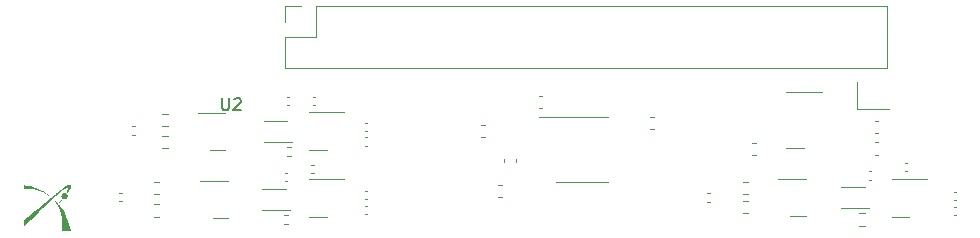
<source format=gbr>
%TF.GenerationSoftware,KiCad,Pcbnew,7.0.8*%
%TF.CreationDate,2024-02-04T14:44:40+01:00*%
%TF.ProjectId,HatV2,48617456-322e-46b6-9963-61645f706362,V2*%
%TF.SameCoordinates,PX5faea10PY6c663e8*%
%TF.FileFunction,Legend,Top*%
%TF.FilePolarity,Positive*%
%FSLAX46Y46*%
G04 Gerber Fmt 4.6, Leading zero omitted, Abs format (unit mm)*
G04 Created by KiCad (PCBNEW 7.0.8) date 2024-02-04 14:44:40*
%MOMM*%
%LPD*%
G01*
G04 APERTURE LIST*
%ADD10C,0.150000*%
%ADD11C,0.120000*%
%ADD12C,0.100000*%
G04 APERTURE END LIST*
D10*
X19738095Y11945181D02*
X19738095Y11135658D01*
X19738095Y11135658D02*
X19785714Y11040420D01*
X19785714Y11040420D02*
X19833333Y10992800D01*
X19833333Y10992800D02*
X19928571Y10945181D01*
X19928571Y10945181D02*
X20119047Y10945181D01*
X20119047Y10945181D02*
X20214285Y10992800D01*
X20214285Y10992800D02*
X20261904Y11040420D01*
X20261904Y11040420D02*
X20309523Y11135658D01*
X20309523Y11135658D02*
X20309523Y11945181D01*
X20738095Y11849943D02*
X20785714Y11897562D01*
X20785714Y11897562D02*
X20880952Y11945181D01*
X20880952Y11945181D02*
X21119047Y11945181D01*
X21119047Y11945181D02*
X21214285Y11897562D01*
X21214285Y11897562D02*
X21261904Y11849943D01*
X21261904Y11849943D02*
X21309523Y11754705D01*
X21309523Y11754705D02*
X21309523Y11659467D01*
X21309523Y11659467D02*
X21261904Y11516610D01*
X21261904Y11516610D02*
X20690476Y10945181D01*
X20690476Y10945181D02*
X21309523Y10945181D01*
%TO.C,G\u002A\u002A\u002A*%
G36*
X5655158Y3262016D02*
G01*
X5701710Y3214644D01*
X5754027Y3158074D01*
X5810342Y3094381D01*
X5868882Y3025640D01*
X5927877Y2953926D01*
X5985557Y2881314D01*
X6034782Y2817043D01*
X6175539Y2618680D01*
X6306344Y2411831D01*
X6426757Y2197524D01*
X6536337Y1976785D01*
X6634643Y1750644D01*
X6721234Y1520128D01*
X6795668Y1286264D01*
X6857506Y1050079D01*
X6906305Y812602D01*
X6913896Y768442D01*
X6918942Y738692D01*
X6923526Y712609D01*
X6926960Y694067D01*
X6928045Y688770D01*
X6931462Y673514D01*
X6532759Y673514D01*
X6134055Y673514D01*
X6149008Y762965D01*
X6159083Y825732D01*
X6167371Y883706D01*
X6174031Y939205D01*
X6179223Y994551D01*
X6183105Y1052062D01*
X6185836Y1114058D01*
X6187577Y1182859D01*
X6188487Y1260784D01*
X6188726Y1341399D01*
X6188589Y1417013D01*
X6188134Y1480981D01*
X6187297Y1535220D01*
X6186015Y1581644D01*
X6184227Y1622167D01*
X6181868Y1658703D01*
X6178877Y1693167D01*
X6176414Y1716718D01*
X6151606Y1901552D01*
X6119241Y2076209D01*
X6078957Y2242003D01*
X6030395Y2400249D01*
X5973194Y2552264D01*
X5907897Y2697513D01*
X5857510Y2796669D01*
X5807353Y2886075D01*
X5755149Y2969311D01*
X5698619Y3049952D01*
X5635487Y3131578D01*
X5617574Y3153569D01*
X5553517Y3231461D01*
X5586106Y3264548D01*
X5618695Y3297634D01*
X5655158Y3262016D01*
G37*
G36*
X6892168Y4650676D02*
G01*
X6923631Y4641081D01*
X6945283Y4624164D01*
X6958349Y4599167D01*
X6961916Y4584156D01*
X6963459Y4543511D01*
X6955921Y4493947D01*
X6939649Y4436290D01*
X6914993Y4371366D01*
X6882302Y4300001D01*
X6841923Y4223021D01*
X6794207Y4141251D01*
X6739502Y4055518D01*
X6737185Y4052035D01*
X6713701Y4017019D01*
X6692732Y3986184D01*
X6675435Y3961195D01*
X6662966Y3943718D01*
X6656482Y3935418D01*
X6655891Y3934966D01*
X6649316Y3939022D01*
X6635605Y3949501D01*
X6617806Y3963868D01*
X6598964Y3979591D01*
X6582127Y3994135D01*
X6570342Y4004967D01*
X6566617Y4009207D01*
X6568740Y4016601D01*
X6575808Y4033941D01*
X6586841Y4058971D01*
X6600860Y4089436D01*
X6608147Y4104874D01*
X6639542Y4173931D01*
X6662962Y4232574D01*
X6678482Y4281303D01*
X6686175Y4320618D01*
X6686113Y4351022D01*
X6678370Y4373013D01*
X6663020Y4387094D01*
X6650180Y4391955D01*
X6622272Y4392987D01*
X6585492Y4384649D01*
X6540386Y4367329D01*
X6487501Y4341415D01*
X6427382Y4307296D01*
X6360576Y4265357D01*
X6287628Y4215988D01*
X6209086Y4159576D01*
X6125495Y4096509D01*
X6037401Y4027174D01*
X5945350Y3951960D01*
X5849889Y3871253D01*
X5751564Y3785442D01*
X5650921Y3694915D01*
X5592166Y3640832D01*
X5575664Y3625401D01*
X5549898Y3601151D01*
X5515427Y3568611D01*
X5472807Y3528312D01*
X5422598Y3480784D01*
X5365358Y3426557D01*
X5301645Y3366163D01*
X5232017Y3300131D01*
X5157032Y3228991D01*
X5077249Y3153274D01*
X4993226Y3073510D01*
X4905521Y2990230D01*
X4814693Y2903964D01*
X4721299Y2815242D01*
X4625898Y2724594D01*
X4529048Y2632551D01*
X4431307Y2539644D01*
X4333234Y2446402D01*
X4235387Y2353355D01*
X4138324Y2261035D01*
X4042603Y2169971D01*
X3948782Y2080694D01*
X3857420Y1993734D01*
X3769076Y1909622D01*
X3684306Y1828887D01*
X3603670Y1752061D01*
X3527725Y1679673D01*
X3506556Y1659488D01*
X3436358Y1592575D01*
X3368850Y1528275D01*
X3304688Y1467210D01*
X3244529Y1410002D01*
X3189027Y1357273D01*
X3138838Y1309645D01*
X3094617Y1267738D01*
X3057021Y1232176D01*
X3026704Y1203579D01*
X3004322Y1182570D01*
X2990530Y1169769D01*
X2986042Y1165802D01*
X2983851Y1167830D01*
X2982075Y1177505D01*
X2980684Y1195744D01*
X2979649Y1223467D01*
X2978940Y1261592D01*
X2978528Y1311038D01*
X2978384Y1372724D01*
X2978397Y1403720D01*
X2978660Y1646525D01*
X3284895Y1897406D01*
X3431809Y2017971D01*
X3588694Y2147118D01*
X3755239Y2284587D01*
X3931131Y2430119D01*
X4116058Y2583455D01*
X4309707Y2744337D01*
X4511767Y2912505D01*
X4721925Y3087700D01*
X4939869Y3269664D01*
X4985462Y3307764D01*
X5104052Y3406845D01*
X5212873Y3497695D01*
X5312533Y3580813D01*
X5403639Y3656698D01*
X5486799Y3725850D01*
X5562619Y3788768D01*
X5631708Y3845953D01*
X5694671Y3897904D01*
X5752118Y3945120D01*
X5804655Y3988102D01*
X5852889Y4027349D01*
X5897429Y4063360D01*
X5938880Y4096636D01*
X5977852Y4127676D01*
X6014950Y4156979D01*
X6050782Y4185046D01*
X6070072Y4200059D01*
X6180862Y4284908D01*
X6282616Y4360287D01*
X6375760Y4426443D01*
X6460718Y4483625D01*
X6537914Y4532078D01*
X6607773Y4572050D01*
X6670719Y4603788D01*
X6727178Y4627538D01*
X6777573Y4643549D01*
X6822330Y4652067D01*
X6849674Y4653706D01*
X6892168Y4650676D01*
G37*
G36*
X6108081Y3315040D02*
G01*
X6123845Y3307999D01*
X6125261Y3307275D01*
X6138526Y3299308D01*
X6141136Y3292760D01*
X6136165Y3285238D01*
X6128900Y3276591D01*
X6114511Y3259357D01*
X6094535Y3235382D01*
X6070511Y3206511D01*
X6043976Y3174592D01*
X6043358Y3173847D01*
X6017283Y3142760D01*
X5994041Y3115611D01*
X5975048Y3094006D01*
X5961718Y3079555D01*
X5955466Y3073863D01*
X5955323Y3073834D01*
X5947687Y3078299D01*
X5936059Y3089086D01*
X5935642Y3089527D01*
X5925357Y3101898D01*
X5920904Y3110073D01*
X5920899Y3110207D01*
X5925101Y3117309D01*
X5936611Y3132543D01*
X5953787Y3153981D01*
X5974986Y3179693D01*
X5998564Y3207751D01*
X6022880Y3236226D01*
X6046289Y3263188D01*
X6067149Y3286709D01*
X6083817Y3304859D01*
X6094650Y3315709D01*
X6097814Y3317934D01*
X6108081Y3315040D01*
G37*
G36*
X6417961Y3924419D02*
G01*
X6441524Y3922716D01*
X6460581Y3918827D01*
X6479655Y3911893D01*
X6498608Y3903271D01*
X6548889Y3872533D01*
X6589896Y3833383D01*
X6621132Y3787601D01*
X6642104Y3736969D01*
X6652314Y3683265D01*
X6651267Y3628272D01*
X6638467Y3573768D01*
X6613419Y3521535D01*
X6607448Y3512329D01*
X6569144Y3466845D01*
X6523352Y3431623D01*
X6483686Y3412249D01*
X6449174Y3402648D01*
X6408962Y3396755D01*
X6368588Y3395013D01*
X6333591Y3397860D01*
X6325141Y3399632D01*
X6287587Y3413209D01*
X6248245Y3434258D01*
X6212587Y3459503D01*
X6190692Y3480174D01*
X6156452Y3528078D01*
X6134103Y3580008D01*
X6123277Y3634188D01*
X6123607Y3688843D01*
X6134727Y3742197D01*
X6156270Y3792473D01*
X6187868Y3837895D01*
X6229156Y3876689D01*
X6278791Y3906623D01*
X6299008Y3915303D01*
X6317487Y3920713D01*
X6338570Y3923595D01*
X6366598Y3924688D01*
X6385368Y3924795D01*
X6417961Y3924419D01*
G37*
G36*
X3000170Y4569319D02*
G01*
X3017271Y4566767D01*
X3042969Y4563238D01*
X3072402Y4559396D01*
X3079842Y4558456D01*
X3311585Y4524255D01*
X3534094Y4480768D01*
X3748381Y4427589D01*
X3955457Y4364317D01*
X4156335Y4290546D01*
X4352026Y4205874D01*
X4543543Y4109897D01*
X4731896Y4002212D01*
X4918099Y3882414D01*
X5099142Y3753115D01*
X5175809Y3695698D01*
X5153751Y3672940D01*
X5139972Y3659526D01*
X5130201Y3651478D01*
X5127938Y3650420D01*
X5121468Y3654422D01*
X5106403Y3665209D01*
X5084845Y3681237D01*
X5058899Y3700957D01*
X5052987Y3705503D01*
X4967099Y3769302D01*
X4882877Y3826728D01*
X4798231Y3878845D01*
X4711073Y3926717D01*
X4619315Y3971408D01*
X4520868Y4013983D01*
X4413643Y4055504D01*
X4295552Y4097036D01*
X4263051Y4107887D01*
X4103515Y4157234D01*
X3945946Y4199257D01*
X3791592Y4233755D01*
X3641702Y4260530D01*
X3497525Y4279378D01*
X3360310Y4290101D01*
X3231307Y4292497D01*
X3138728Y4288567D01*
X3099430Y4285586D01*
X3062995Y4282554D01*
X3032422Y4279742D01*
X3010709Y4277418D01*
X3003561Y4276434D01*
X2978134Y4272220D01*
X2978134Y4422587D01*
X2978134Y4572954D01*
X3000170Y4569319D01*
G37*
D11*
%TO.C,Y1*%
X73515000Y13300000D02*
X73515000Y11000000D01*
X73515000Y11000000D02*
X76215000Y11000000D01*
%TO.C,R6*%
X13922742Y3824537D02*
X14397258Y3824537D01*
X13922742Y4869537D02*
X14397258Y4869537D01*
%TO.C,R4*%
X25291351Y1323718D02*
X24984069Y1323718D01*
X25291351Y2083718D02*
X24984069Y2083718D01*
%TO.C,C2*%
X27410908Y11339136D02*
X27626580Y11339136D01*
X27410908Y12059136D02*
X27626580Y12059136D01*
%TO.C,C12*%
X75011233Y10035000D02*
X75303767Y10035000D01*
X75011233Y9015000D02*
X75303767Y9015000D01*
%TO.C,C16*%
X43421267Y3610000D02*
X43128733Y3610000D01*
X43421267Y4630000D02*
X43128733Y4630000D01*
%TO.C,R5*%
X14397258Y2964537D02*
X13922742Y2964537D01*
X14397258Y1919537D02*
X13922742Y1919537D01*
%TO.C,C9*%
X31818026Y2135001D02*
X32033698Y2135001D01*
X31818026Y2855001D02*
X32033698Y2855001D01*
%TO.C,C6*%
X25244696Y5633076D02*
X25029024Y5633076D01*
X25244696Y4913076D02*
X25029024Y4913076D01*
%TO.C,C23*%
X61040577Y3925679D02*
X60824905Y3925679D01*
X61040577Y3205679D02*
X60824905Y3205679D01*
%TO.C,C1*%
X25426689Y12094241D02*
X25211017Y12094241D01*
X25426689Y11374241D02*
X25211017Y11374241D01*
%TO.C,U7*%
X79425000Y5080000D02*
X76425000Y5080000D01*
X77925000Y1860000D02*
X76425000Y1860000D01*
%TO.C,C20*%
X77517164Y5788029D02*
X77732836Y5788029D01*
X77517164Y6508029D02*
X77732836Y6508029D01*
%TO.C,C7*%
X27284335Y5597071D02*
X27500007Y5597071D01*
X27284335Y6317071D02*
X27500007Y6317071D01*
%TO.C,R2*%
X15144758Y8747500D02*
X14670242Y8747500D01*
X15144758Y7702500D02*
X14670242Y7702500D01*
%TO.C,R1*%
X25555218Y7099469D02*
X25247936Y7099469D01*
X25555218Y7859469D02*
X25247936Y7859469D01*
%TO.C,J5*%
X25081000Y14545000D02*
X76001000Y14545000D01*
X27681000Y19745000D02*
X76001000Y19745000D01*
X25081000Y14545000D02*
X25081000Y17145000D01*
X76001000Y14545000D02*
X76001000Y19745000D01*
X25081000Y17145000D02*
X27681000Y17145000D01*
X27681000Y17145000D02*
X27681000Y19745000D01*
X25081000Y18415000D02*
X25081000Y19745000D01*
X25081000Y19745000D02*
X26411000Y19745000D01*
%TO.C,C13*%
X64916267Y7110000D02*
X64623733Y7110000D01*
X64916267Y8130000D02*
X64623733Y8130000D01*
%TO.C,U1*%
X30075000Y10765000D02*
X27075000Y10765000D01*
X28575000Y7545000D02*
X27075000Y7545000D01*
%TO.C,U2*%
X19352500Y10704923D02*
X20002500Y10704923D01*
X19352500Y7584923D02*
X20002500Y7584923D01*
X19352500Y10704923D02*
X17677500Y10704923D01*
X19352500Y7584923D02*
X18702500Y7584923D01*
%TO.C,C11*%
X75012721Y8205561D02*
X75305255Y8205561D01*
X75012721Y7185561D02*
X75305255Y7185561D01*
%TO.C,C19*%
X74704242Y5761800D02*
X74488570Y5761800D01*
X74704242Y5041800D02*
X74488570Y5041800D01*
%TO.C,C21*%
X81687164Y3332726D02*
X81902836Y3332726D01*
X81687164Y4052726D02*
X81902836Y4052726D01*
%TO.C,R9*%
X63812742Y3805226D02*
X64287258Y3805226D01*
X63812742Y4850226D02*
X64287258Y4850226D01*
%TO.C,C5*%
X12320099Y9574163D02*
X12104427Y9574163D01*
X12320099Y8854163D02*
X12104427Y8854163D01*
%TO.C,C4*%
X31810699Y7914923D02*
X32026371Y7914923D01*
X31810699Y8634923D02*
X32026371Y8634923D01*
%TO.C,R7*%
X74162279Y1167510D02*
X73652831Y1167510D01*
X74162279Y2212510D02*
X73652831Y2212510D01*
%TO.C,U6*%
X50165000Y4885000D02*
X47965000Y4885000D01*
X50165000Y10355000D02*
X52365000Y10355000D01*
X50165000Y10355000D02*
X46565000Y10355000D01*
X50165000Y4885000D02*
X52365000Y4885000D01*
%TO.C,U5*%
X67492500Y7765000D02*
X68992500Y7765000D01*
X70492500Y12465000D02*
X67492500Y12465000D01*
%TO.C,U4*%
X19573994Y4969549D02*
X20223994Y4969549D01*
X19573994Y1849549D02*
X20223994Y1849549D01*
X19573994Y4969549D02*
X17898994Y4969549D01*
X19573994Y1849549D02*
X18923994Y1849549D01*
%TO.C,R3*%
X14670242Y9607500D02*
X15144758Y9607500D01*
X14670242Y10652500D02*
X15144758Y10652500D01*
%TO.C,U8*%
X68498127Y5099853D02*
X69148127Y5099853D01*
X68498127Y1979853D02*
X69148127Y1979853D01*
X68498127Y5099853D02*
X66823127Y5099853D01*
X68498127Y1979853D02*
X67848127Y1979853D01*
%TO.C,C3*%
X31822164Y9135000D02*
X32037836Y9135000D01*
X31822164Y9855000D02*
X32037836Y9855000D01*
%TO.C,C18*%
X43627500Y6513733D02*
X43627500Y6806267D01*
X44647500Y6513733D02*
X44647500Y6806267D01*
%TO.C,U3*%
X30075000Y5080000D02*
X27075000Y5080000D01*
X28575000Y1860000D02*
X27075000Y1860000D01*
%TO.C,C22*%
X81687164Y2062726D02*
X81902836Y2062726D01*
X81687164Y2782726D02*
X81902836Y2782726D01*
%TO.C,C14*%
X55995341Y10393630D02*
X56287875Y10393630D01*
X55995341Y9373630D02*
X56287875Y9373630D01*
D12*
%TO.C,FL2*%
X23132656Y2520000D02*
X25517656Y2520000D01*
X23132656Y4300000D02*
X25162656Y4300000D01*
D11*
%TO.C,C15*%
X41971267Y8690000D02*
X41678733Y8690000D01*
X41971267Y9710000D02*
X41678733Y9710000D01*
D12*
%TO.C,FL1*%
X23236824Y8254923D02*
X25621824Y8254923D01*
X23236824Y10034923D02*
X25266824Y10034923D01*
D11*
%TO.C,C8*%
X31822164Y3405000D02*
X32037836Y3405000D01*
X31822164Y4125000D02*
X32037836Y4125000D01*
D12*
%TO.C,FL3*%
X72096362Y2627737D02*
X74481362Y2627737D01*
X72096362Y4407737D02*
X74126362Y4407737D01*
D11*
%TO.C,R8*%
X64273404Y3237472D02*
X63798888Y3237472D01*
X64273404Y2192472D02*
X63798888Y2192472D01*
%TO.C,C17*%
X46823767Y11108075D02*
X46531233Y11108075D01*
X46823767Y12128075D02*
X46531233Y12128075D01*
%TO.C,C10*%
X11243875Y3937776D02*
X11028203Y3937776D01*
X11243875Y3217776D02*
X11028203Y3217776D01*
%TD*%
M02*

</source>
